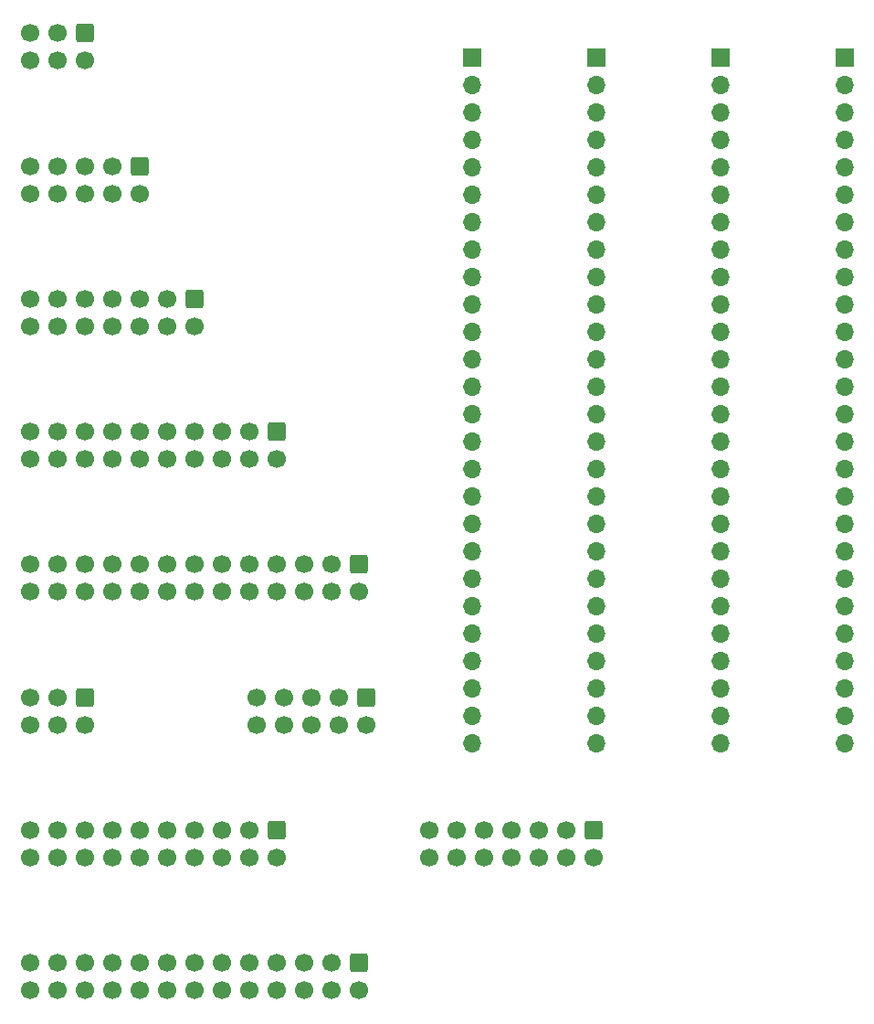
<source format=gbr>
%TF.GenerationSoftware,KiCad,Pcbnew,9.0.0*%
%TF.CreationDate,2025-04-12T15:14:54+10:00*%
%TF.ProjectId,Cable Pass Through,4361626c-6520-4506-9173-73205468726f,rev?*%
%TF.SameCoordinates,Original*%
%TF.FileFunction,Soldermask,Bot*%
%TF.FilePolarity,Negative*%
%FSLAX46Y46*%
G04 Gerber Fmt 4.6, Leading zero omitted, Abs format (unit mm)*
G04 Created by KiCad (PCBNEW 9.0.0) date 2025-04-12 15:14:54*
%MOMM*%
%LPD*%
G01*
G04 APERTURE LIST*
G04 Aperture macros list*
%AMRoundRect*
0 Rectangle with rounded corners*
0 $1 Rounding radius*
0 $2 $3 $4 $5 $6 $7 $8 $9 X,Y pos of 4 corners*
0 Add a 4 corners polygon primitive as box body*
4,1,4,$2,$3,$4,$5,$6,$7,$8,$9,$2,$3,0*
0 Add four circle primitives for the rounded corners*
1,1,$1+$1,$2,$3*
1,1,$1+$1,$4,$5*
1,1,$1+$1,$6,$7*
1,1,$1+$1,$8,$9*
0 Add four rect primitives between the rounded corners*
20,1,$1+$1,$2,$3,$4,$5,0*
20,1,$1+$1,$4,$5,$6,$7,0*
20,1,$1+$1,$6,$7,$8,$9,0*
20,1,$1+$1,$8,$9,$2,$3,0*%
G04 Aperture macros list end*
%ADD10R,1.700000X1.700000*%
%ADD11O,1.700000X1.700000*%
%ADD12RoundRect,0.250000X-0.600000X0.600000X-0.600000X-0.600000X0.600000X-0.600000X0.600000X0.600000X0*%
%ADD13C,1.700000*%
G04 APERTURE END LIST*
D10*
%TO.C,J14*%
X131000000Y-45240000D03*
D11*
X131000000Y-47780000D03*
X131000000Y-50320000D03*
X131000000Y-52860000D03*
X131000000Y-55400000D03*
X131000000Y-57940000D03*
X131000000Y-60480000D03*
X131000000Y-63020000D03*
X131000000Y-65560000D03*
X131000000Y-68100000D03*
X131000000Y-70640000D03*
X131000000Y-73180000D03*
X131000000Y-75720000D03*
X131000000Y-78260000D03*
X131000000Y-80800000D03*
X131000000Y-83340000D03*
X131000000Y-85880000D03*
X131000000Y-88420000D03*
X131000000Y-90960000D03*
X131000000Y-93500000D03*
X131000000Y-96040000D03*
X131000000Y-98580000D03*
X131000000Y-101120000D03*
X131000000Y-103660000D03*
X131000000Y-106200000D03*
X131000000Y-108740000D03*
%TD*%
D10*
%TO.C,J13*%
X119500000Y-45240000D03*
D11*
X119500000Y-47780000D03*
X119500000Y-50320000D03*
X119500000Y-52860000D03*
X119500000Y-55400000D03*
X119500000Y-57940000D03*
X119500000Y-60480000D03*
X119500000Y-63020000D03*
X119500000Y-65560000D03*
X119500000Y-68100000D03*
X119500000Y-70640000D03*
X119500000Y-73180000D03*
X119500000Y-75720000D03*
X119500000Y-78260000D03*
X119500000Y-80800000D03*
X119500000Y-83340000D03*
X119500000Y-85880000D03*
X119500000Y-88420000D03*
X119500000Y-90960000D03*
X119500000Y-93500000D03*
X119500000Y-96040000D03*
X119500000Y-98580000D03*
X119500000Y-101120000D03*
X119500000Y-103660000D03*
X119500000Y-106200000D03*
X119500000Y-108740000D03*
%TD*%
D10*
%TO.C,J12*%
X108000000Y-45240000D03*
D11*
X108000000Y-47780000D03*
X108000000Y-50320000D03*
X108000000Y-52860000D03*
X108000000Y-55400000D03*
X108000000Y-57940000D03*
X108000000Y-60480000D03*
X108000000Y-63020000D03*
X108000000Y-65560000D03*
X108000000Y-68100000D03*
X108000000Y-70640000D03*
X108000000Y-73180000D03*
X108000000Y-75720000D03*
X108000000Y-78260000D03*
X108000000Y-80800000D03*
X108000000Y-83340000D03*
X108000000Y-85880000D03*
X108000000Y-88420000D03*
X108000000Y-90960000D03*
X108000000Y-93500000D03*
X108000000Y-96040000D03*
X108000000Y-98580000D03*
X108000000Y-101120000D03*
X108000000Y-103660000D03*
X108000000Y-106200000D03*
X108000000Y-108740000D03*
%TD*%
D10*
%TO.C,J3*%
X96500000Y-45240000D03*
D11*
X96500000Y-47780000D03*
X96500000Y-50320000D03*
X96500000Y-52860000D03*
X96500000Y-55400000D03*
X96500000Y-57940000D03*
X96500000Y-60480000D03*
X96500000Y-63020000D03*
X96500000Y-65560000D03*
X96500000Y-68100000D03*
X96500000Y-70640000D03*
X96500000Y-73180000D03*
X96500000Y-75720000D03*
X96500000Y-78260000D03*
X96500000Y-80800000D03*
X96500000Y-83340000D03*
X96500000Y-85880000D03*
X96500000Y-88420000D03*
X96500000Y-90960000D03*
X96500000Y-93500000D03*
X96500000Y-96040000D03*
X96500000Y-98580000D03*
X96500000Y-101120000D03*
X96500000Y-103660000D03*
X96500000Y-106200000D03*
X96500000Y-108740000D03*
%TD*%
D12*
%TO.C,J6*%
X78350000Y-79862600D03*
D13*
X78350000Y-82402600D03*
X75810000Y-79862600D03*
X75810000Y-82402600D03*
X73270000Y-79862600D03*
X73270000Y-82402600D03*
X70730000Y-79862600D03*
X70730000Y-82402600D03*
X68190000Y-79862600D03*
X68190000Y-82402600D03*
X65650000Y-79862600D03*
X65650000Y-82402600D03*
X63110000Y-79862600D03*
X63110000Y-82402600D03*
X60570000Y-79862600D03*
X60570000Y-82402600D03*
X58030000Y-79862600D03*
X58030000Y-82402600D03*
X55490000Y-79862600D03*
X55490000Y-82402600D03*
%TD*%
D12*
%TO.C,J10*%
X78350000Y-116765100D03*
D13*
X78350000Y-119305100D03*
X75810000Y-116765100D03*
X75810000Y-119305100D03*
X73270000Y-116765100D03*
X73270000Y-119305100D03*
X70730000Y-116765100D03*
X70730000Y-119305100D03*
X68190000Y-116765100D03*
X68190000Y-119305100D03*
X65650000Y-116765100D03*
X65650000Y-119305100D03*
X63110000Y-116765100D03*
X63110000Y-119305100D03*
X60570000Y-116765100D03*
X60570000Y-119305100D03*
X58030000Y-116765100D03*
X58030000Y-119305100D03*
X55490000Y-116765100D03*
X55490000Y-119305100D03*
%TD*%
D12*
%TO.C,J8*%
X86620000Y-104464300D03*
D13*
X86620000Y-107004300D03*
X84080000Y-104464300D03*
X84080000Y-107004300D03*
X81540000Y-104464300D03*
X81540000Y-107004300D03*
X79000000Y-104464300D03*
X79000000Y-107004300D03*
X76460000Y-104464300D03*
X76460000Y-107004300D03*
%TD*%
D12*
%TO.C,J4*%
X65650000Y-55260900D03*
D13*
X65650000Y-57800900D03*
X63110000Y-55260900D03*
X63110000Y-57800900D03*
X60570000Y-55260900D03*
X60570000Y-57800900D03*
X58030000Y-55260900D03*
X58030000Y-57800900D03*
X55490000Y-55260900D03*
X55490000Y-57800900D03*
%TD*%
D12*
%TO.C,J1*%
X60580000Y-104464300D03*
D13*
X60580000Y-107004300D03*
X58040000Y-104464300D03*
X58040000Y-107004300D03*
X55500000Y-104464300D03*
X55500000Y-107004300D03*
%TD*%
D12*
%TO.C,J9*%
X107740000Y-116765100D03*
D13*
X107740000Y-119305100D03*
X105200000Y-116765100D03*
X105200000Y-119305100D03*
X102660000Y-116765100D03*
X102660000Y-119305100D03*
X100120000Y-116765100D03*
X100120000Y-119305100D03*
X97580000Y-116765100D03*
X97580000Y-119305100D03*
X95040000Y-116765100D03*
X95040000Y-119305100D03*
X92500000Y-116765100D03*
X92500000Y-119305100D03*
%TD*%
D12*
%TO.C,J2*%
X60580000Y-42960000D03*
D13*
X60580000Y-45500000D03*
X58040000Y-42960000D03*
X58040000Y-45500000D03*
X55500000Y-42960000D03*
X55500000Y-45500000D03*
%TD*%
D12*
%TO.C,J7*%
X85970000Y-129066000D03*
D13*
X85970000Y-131606000D03*
X83430000Y-129066000D03*
X83430000Y-131606000D03*
X80890000Y-129066000D03*
X80890000Y-131606000D03*
X78350000Y-129066000D03*
X78350000Y-131606000D03*
X75810000Y-129066000D03*
X75810000Y-131606000D03*
X73270000Y-129066000D03*
X73270000Y-131606000D03*
X70730000Y-129066000D03*
X70730000Y-131606000D03*
X68190000Y-129066000D03*
X68190000Y-131606000D03*
X65650000Y-129066000D03*
X65650000Y-131606000D03*
X63110000Y-129066000D03*
X63110000Y-131606000D03*
X60570000Y-129066000D03*
X60570000Y-131606000D03*
X58030000Y-129066000D03*
X58030000Y-131606000D03*
X55490000Y-129066000D03*
X55490000Y-131606000D03*
%TD*%
D12*
%TO.C,J5*%
X70730000Y-67561700D03*
D13*
X70730000Y-70101700D03*
X68190000Y-67561700D03*
X68190000Y-70101700D03*
X65650000Y-67561700D03*
X65650000Y-70101700D03*
X63110000Y-67561700D03*
X63110000Y-70101700D03*
X60570000Y-67561700D03*
X60570000Y-70101700D03*
X58030000Y-67561700D03*
X58030000Y-70101700D03*
X55490000Y-67561700D03*
X55490000Y-70101700D03*
%TD*%
D12*
%TO.C,J11*%
X85970000Y-92163400D03*
D13*
X85970000Y-94703400D03*
X83430000Y-92163400D03*
X83430000Y-94703400D03*
X80890000Y-92163400D03*
X80890000Y-94703400D03*
X78350000Y-92163400D03*
X78350000Y-94703400D03*
X75810000Y-92163400D03*
X75810000Y-94703400D03*
X73270000Y-92163400D03*
X73270000Y-94703400D03*
X70730000Y-92163400D03*
X70730000Y-94703400D03*
X68190000Y-92163400D03*
X68190000Y-94703400D03*
X65650000Y-92163400D03*
X65650000Y-94703400D03*
X63110000Y-92163400D03*
X63110000Y-94703400D03*
X60570000Y-92163400D03*
X60570000Y-94703400D03*
X58030000Y-92163400D03*
X58030000Y-94703400D03*
X55490000Y-92163400D03*
X55490000Y-94703400D03*
%TD*%
M02*

</source>
